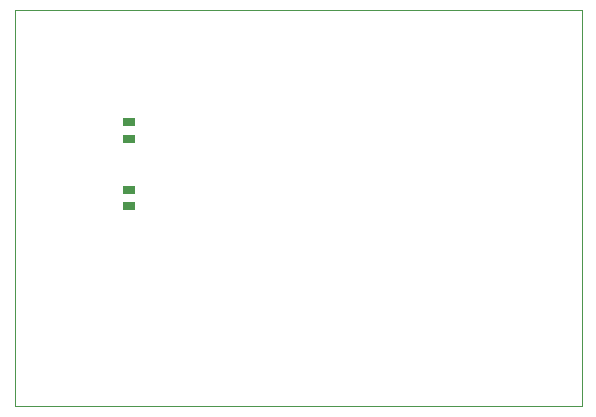
<source format=gtp>
G04*
G04 #@! TF.GenerationSoftware,Altium Limited,Altium Designer,19.1.9 (167)*
G04*
G04 Layer_Color=8421504*
%FSLAX25Y25*%
%MOIN*%
G70*
G01*
G75*
%ADD12C,0.00394*%
%ADD13R,0.03937X0.02756*%
D12*
X-21500Y-115500D02*
Y16500D01*
Y-115500D02*
X167500D01*
Y16500D01*
X-21500D02*
X167500D01*
D13*
X16500Y-26256D02*
D03*
Y-20744D02*
D03*
Y-48756D02*
D03*
Y-43244D02*
D03*
M02*

</source>
